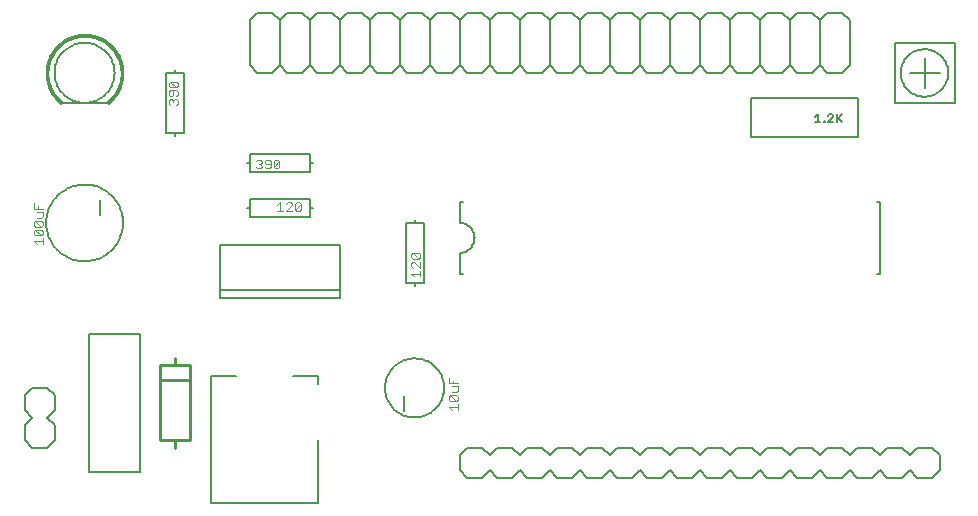
<source format=gto>
G75*
%MOIN*%
%OFA0B0*%
%FSLAX24Y24*%
%IPPOS*%
%LPD*%
%AMOC8*
5,1,8,0,0,1.08239X$1,22.5*
%
%ADD10C,0.0050*%
%ADD11C,0.0080*%
%ADD12C,0.0030*%
%ADD13C,0.0010*%
%ADD14C,0.0060*%
%ADD15C,0.0100*%
D10*
X005324Y003891D02*
X007036Y003891D01*
X007036Y008469D01*
X005324Y008469D01*
X005324Y003891D01*
X029524Y015535D02*
X029704Y015535D01*
X029614Y015535D02*
X029614Y015805D01*
X029524Y015715D01*
X029818Y015580D02*
X029863Y015580D01*
X029863Y015535D01*
X029818Y015535D01*
X029818Y015580D01*
X029966Y015535D02*
X030146Y015715D01*
X030146Y015760D01*
X030101Y015805D01*
X030011Y015805D01*
X029966Y015760D01*
X029966Y015535D02*
X030146Y015535D01*
X030260Y015535D02*
X030260Y015805D01*
X030305Y015670D02*
X030441Y015535D01*
X030260Y015625D02*
X030441Y015805D01*
X032180Y016180D02*
X034180Y016180D01*
X034180Y018180D01*
X032180Y018180D01*
X032180Y016180D01*
X033180Y016680D02*
X033180Y017180D01*
X032389Y017180D02*
X032391Y017236D01*
X032397Y017291D01*
X032407Y017346D01*
X032420Y017400D01*
X032438Y017453D01*
X032459Y017505D01*
X032484Y017555D01*
X032512Y017603D01*
X032543Y017649D01*
X032578Y017693D01*
X032616Y017734D01*
X032656Y017773D01*
X032699Y017808D01*
X032745Y017841D01*
X032793Y017870D01*
X032842Y017895D01*
X032893Y017917D01*
X032946Y017936D01*
X033000Y017950D01*
X033055Y017961D01*
X033110Y017968D01*
X033166Y017971D01*
X033222Y017970D01*
X033277Y017965D01*
X033333Y017956D01*
X033387Y017943D01*
X033440Y017927D01*
X033492Y017907D01*
X033543Y017883D01*
X033592Y017856D01*
X033638Y017825D01*
X033682Y017791D01*
X033724Y017754D01*
X033763Y017714D01*
X033800Y017672D01*
X033833Y017627D01*
X033863Y017580D01*
X033889Y017530D01*
X033912Y017479D01*
X033931Y017427D01*
X033947Y017373D01*
X033959Y017319D01*
X033967Y017264D01*
X033971Y017208D01*
X033971Y017152D01*
X033967Y017096D01*
X033959Y017041D01*
X033947Y016987D01*
X033931Y016933D01*
X033912Y016881D01*
X033889Y016830D01*
X033863Y016780D01*
X033833Y016733D01*
X033800Y016688D01*
X033763Y016646D01*
X033724Y016606D01*
X033682Y016569D01*
X033638Y016535D01*
X033592Y016504D01*
X033543Y016477D01*
X033492Y016453D01*
X033440Y016433D01*
X033387Y016417D01*
X033333Y016404D01*
X033277Y016395D01*
X033222Y016390D01*
X033166Y016389D01*
X033110Y016392D01*
X033055Y016399D01*
X033000Y016410D01*
X032946Y016424D01*
X032893Y016443D01*
X032842Y016465D01*
X032793Y016490D01*
X032745Y016519D01*
X032699Y016552D01*
X032656Y016587D01*
X032616Y016626D01*
X032578Y016667D01*
X032543Y016711D01*
X032512Y016757D01*
X032484Y016805D01*
X032459Y016855D01*
X032438Y016907D01*
X032420Y016960D01*
X032407Y017014D01*
X032397Y017069D01*
X032391Y017124D01*
X032389Y017180D01*
X032680Y017180D02*
X033180Y017180D01*
X033180Y017680D01*
X033180Y017180D02*
X033680Y017180D01*
D11*
X030952Y016330D02*
X027408Y016330D01*
X027408Y015030D01*
X030952Y015030D01*
X030952Y016330D01*
X031580Y012880D02*
X031680Y012880D01*
X031680Y010480D01*
X031580Y010480D01*
X031430Y004680D02*
X030930Y004680D01*
X030680Y004430D01*
X030430Y004680D01*
X029930Y004680D01*
X029680Y004430D01*
X029430Y004680D01*
X028930Y004680D01*
X028680Y004430D01*
X028430Y004680D01*
X027930Y004680D01*
X027680Y004430D01*
X027430Y004680D01*
X026930Y004680D01*
X026680Y004430D01*
X026430Y004680D01*
X025930Y004680D01*
X025680Y004430D01*
X025430Y004680D01*
X024930Y004680D01*
X024680Y004430D01*
X024430Y004680D01*
X023930Y004680D01*
X023680Y004430D01*
X023430Y004680D01*
X022930Y004680D01*
X022680Y004430D01*
X022430Y004680D01*
X021930Y004680D01*
X021680Y004430D01*
X021430Y004680D01*
X020930Y004680D01*
X020680Y004430D01*
X020430Y004680D01*
X019930Y004680D01*
X019680Y004430D01*
X019430Y004680D01*
X018930Y004680D01*
X018680Y004430D01*
X018430Y004680D01*
X017930Y004680D01*
X017680Y004430D01*
X017680Y003930D01*
X017930Y003680D01*
X018430Y003680D01*
X018680Y003930D01*
X018930Y003680D01*
X019430Y003680D01*
X019680Y003930D01*
X019930Y003680D01*
X020430Y003680D01*
X020680Y003930D01*
X020930Y003680D01*
X021430Y003680D01*
X021680Y003930D01*
X021930Y003680D01*
X022430Y003680D01*
X022680Y003930D01*
X022930Y003680D01*
X023430Y003680D01*
X023680Y003930D01*
X023930Y003680D01*
X024430Y003680D01*
X024680Y003930D01*
X024930Y003680D01*
X025430Y003680D01*
X025680Y003930D01*
X025930Y003680D01*
X026430Y003680D01*
X026680Y003930D01*
X026930Y003680D01*
X027430Y003680D01*
X027680Y003930D01*
X027930Y003680D01*
X028430Y003680D01*
X028680Y003930D01*
X028930Y003680D01*
X029430Y003680D01*
X029680Y003930D01*
X029930Y003680D01*
X030430Y003680D01*
X030680Y003930D01*
X030930Y003680D01*
X031430Y003680D01*
X031680Y003930D01*
X031930Y003680D01*
X032430Y003680D01*
X032680Y003930D01*
X032930Y003680D01*
X033430Y003680D01*
X033680Y003930D01*
X033680Y004430D01*
X033430Y004680D01*
X032930Y004680D01*
X032680Y004430D01*
X032430Y004680D01*
X031930Y004680D01*
X031680Y004430D01*
X031430Y004680D01*
X033680Y004430D02*
X033680Y003930D01*
X017780Y010480D02*
X017680Y010480D01*
X017680Y011180D01*
X017724Y011182D01*
X017767Y011188D01*
X017809Y011197D01*
X017851Y011210D01*
X017891Y011227D01*
X017930Y011247D01*
X017967Y011270D01*
X018001Y011297D01*
X018034Y011326D01*
X018063Y011359D01*
X018090Y011393D01*
X018113Y011430D01*
X018133Y011469D01*
X018150Y011509D01*
X018163Y011551D01*
X018172Y011593D01*
X018178Y011636D01*
X018180Y011680D01*
X018178Y011724D01*
X018172Y011767D01*
X018163Y011809D01*
X018150Y011851D01*
X018133Y011891D01*
X018113Y011930D01*
X018090Y011967D01*
X018063Y012001D01*
X018034Y012034D01*
X018001Y012063D01*
X017967Y012090D01*
X017930Y012113D01*
X017891Y012133D01*
X017851Y012150D01*
X017809Y012163D01*
X017767Y012172D01*
X017724Y012178D01*
X017680Y012180D01*
X017680Y012880D01*
X017780Y012880D01*
X016480Y012180D02*
X016480Y010180D01*
X016180Y010180D01*
X016180Y010080D01*
X016180Y010180D02*
X015880Y010180D01*
X015880Y012180D01*
X016180Y012180D01*
X016180Y012280D01*
X016180Y012180D02*
X016480Y012180D01*
X013680Y011430D02*
X013680Y009930D01*
X009680Y009930D01*
X009680Y011430D01*
X013680Y011430D01*
X012680Y012380D02*
X012680Y012680D01*
X012780Y012680D01*
X012680Y012680D02*
X012680Y012980D01*
X010680Y012980D01*
X010680Y012680D01*
X010580Y012680D01*
X010680Y012680D02*
X010680Y012380D01*
X012680Y012380D01*
X012680Y013880D02*
X010680Y013880D01*
X010680Y014180D01*
X010580Y014180D01*
X010680Y014180D02*
X010680Y014480D01*
X012680Y014480D01*
X012680Y014180D01*
X012780Y014180D01*
X012680Y014180D02*
X012680Y013880D01*
X008480Y015180D02*
X008180Y015180D01*
X008180Y015080D01*
X008180Y015180D02*
X007880Y015180D01*
X007880Y017180D01*
X008180Y017180D01*
X008180Y017280D01*
X008180Y017180D02*
X008480Y017180D01*
X008480Y015180D01*
X005930Y016180D02*
X004430Y016180D01*
X005680Y012930D02*
X005680Y012430D01*
X003900Y012180D02*
X003902Y012251D01*
X003908Y012322D01*
X003918Y012393D01*
X003932Y012462D01*
X003949Y012531D01*
X003971Y012599D01*
X003996Y012666D01*
X004025Y012731D01*
X004057Y012794D01*
X004093Y012856D01*
X004132Y012915D01*
X004175Y012972D01*
X004220Y013027D01*
X004269Y013079D01*
X004320Y013128D01*
X004374Y013174D01*
X004431Y013218D01*
X004489Y013258D01*
X004550Y013294D01*
X004613Y013328D01*
X004678Y013357D01*
X004744Y013383D01*
X004812Y013406D01*
X004880Y013424D01*
X004950Y013439D01*
X005020Y013450D01*
X005091Y013457D01*
X005162Y013460D01*
X005233Y013459D01*
X005304Y013454D01*
X005375Y013445D01*
X005445Y013432D01*
X005514Y013416D01*
X005582Y013395D01*
X005649Y013371D01*
X005715Y013343D01*
X005778Y013311D01*
X005840Y013276D01*
X005900Y013238D01*
X005958Y013196D01*
X006013Y013152D01*
X006066Y013104D01*
X006116Y013053D01*
X006163Y013000D01*
X006207Y012944D01*
X006248Y012886D01*
X006286Y012825D01*
X006320Y012763D01*
X006350Y012698D01*
X006377Y012633D01*
X006401Y012565D01*
X006420Y012497D01*
X006436Y012428D01*
X006448Y012357D01*
X006456Y012287D01*
X006460Y012216D01*
X006460Y012144D01*
X006456Y012073D01*
X006448Y012003D01*
X006436Y011932D01*
X006420Y011863D01*
X006401Y011795D01*
X006377Y011727D01*
X006350Y011662D01*
X006320Y011597D01*
X006286Y011535D01*
X006248Y011474D01*
X006207Y011416D01*
X006163Y011360D01*
X006116Y011307D01*
X006066Y011256D01*
X006013Y011208D01*
X005958Y011164D01*
X005900Y011122D01*
X005840Y011084D01*
X005778Y011049D01*
X005715Y011017D01*
X005649Y010989D01*
X005582Y010965D01*
X005514Y010944D01*
X005445Y010928D01*
X005375Y010915D01*
X005304Y010906D01*
X005233Y010901D01*
X005162Y010900D01*
X005091Y010903D01*
X005020Y010910D01*
X004950Y010921D01*
X004880Y010936D01*
X004812Y010954D01*
X004744Y010977D01*
X004678Y011003D01*
X004613Y011032D01*
X004550Y011066D01*
X004489Y011102D01*
X004431Y011142D01*
X004374Y011186D01*
X004320Y011232D01*
X004269Y011281D01*
X004220Y011333D01*
X004175Y011388D01*
X004132Y011445D01*
X004093Y011504D01*
X004057Y011566D01*
X004025Y011629D01*
X003996Y011694D01*
X003971Y011761D01*
X003949Y011829D01*
X003932Y011898D01*
X003918Y011967D01*
X003908Y012038D01*
X003902Y012109D01*
X003900Y012180D01*
X009680Y009930D02*
X009680Y009680D01*
X013680Y009680D01*
X013680Y009930D01*
X012952Y007074D02*
X012125Y007074D01*
X012952Y007074D02*
X012952Y006798D01*
X015818Y006426D02*
X015818Y005926D01*
X015196Y006680D02*
X015198Y006742D01*
X015204Y006805D01*
X015214Y006866D01*
X015228Y006927D01*
X015245Y006987D01*
X015266Y007046D01*
X015292Y007103D01*
X015320Y007158D01*
X015352Y007212D01*
X015388Y007263D01*
X015426Y007313D01*
X015468Y007359D01*
X015512Y007403D01*
X015560Y007444D01*
X015609Y007482D01*
X015661Y007516D01*
X015715Y007547D01*
X015771Y007575D01*
X015829Y007599D01*
X015888Y007620D01*
X015948Y007636D01*
X016009Y007649D01*
X016071Y007658D01*
X016133Y007663D01*
X016196Y007664D01*
X016258Y007661D01*
X016320Y007654D01*
X016382Y007643D01*
X016442Y007628D01*
X016502Y007610D01*
X016560Y007588D01*
X016617Y007562D01*
X016672Y007532D01*
X016725Y007499D01*
X016776Y007463D01*
X016824Y007424D01*
X016870Y007381D01*
X016913Y007336D01*
X016953Y007288D01*
X016990Y007238D01*
X017024Y007185D01*
X017055Y007131D01*
X017081Y007075D01*
X017105Y007017D01*
X017124Y006957D01*
X017140Y006897D01*
X017152Y006835D01*
X017160Y006774D01*
X017164Y006711D01*
X017164Y006649D01*
X017160Y006586D01*
X017152Y006525D01*
X017140Y006463D01*
X017124Y006403D01*
X017105Y006343D01*
X017081Y006285D01*
X017055Y006229D01*
X017024Y006175D01*
X016990Y006122D01*
X016953Y006072D01*
X016913Y006024D01*
X016870Y005979D01*
X016824Y005936D01*
X016776Y005897D01*
X016725Y005861D01*
X016672Y005828D01*
X016617Y005798D01*
X016560Y005772D01*
X016502Y005750D01*
X016442Y005732D01*
X016382Y005717D01*
X016320Y005706D01*
X016258Y005699D01*
X016196Y005696D01*
X016133Y005697D01*
X016071Y005702D01*
X016009Y005711D01*
X015948Y005724D01*
X015888Y005740D01*
X015829Y005761D01*
X015771Y005785D01*
X015715Y005813D01*
X015661Y005844D01*
X015609Y005878D01*
X015560Y005916D01*
X015512Y005957D01*
X015468Y006001D01*
X015426Y006047D01*
X015388Y006097D01*
X015352Y006148D01*
X015320Y006202D01*
X015292Y006257D01*
X015266Y006314D01*
X015245Y006373D01*
X015228Y006433D01*
X015214Y006494D01*
X015204Y006555D01*
X015198Y006618D01*
X015196Y006680D01*
X012952Y004948D02*
X012952Y002861D01*
X009408Y002861D01*
X009408Y007074D01*
X010235Y007074D01*
X004180Y006430D02*
X004180Y005930D01*
X003930Y005680D01*
X004180Y005430D01*
X004180Y004930D01*
X003930Y004680D01*
X003430Y004680D01*
X003180Y004930D01*
X003180Y005430D01*
X003430Y005680D01*
X003180Y005930D01*
X003180Y006430D01*
X003430Y006680D01*
X003930Y006680D01*
X004180Y006430D01*
X017680Y004430D02*
X017680Y003930D01*
D12*
X017615Y005945D02*
X017615Y006138D01*
X017615Y006042D02*
X017325Y006042D01*
X017422Y005945D01*
X017373Y006240D02*
X017325Y006288D01*
X017325Y006385D01*
X017373Y006433D01*
X017567Y006240D01*
X017615Y006288D01*
X017615Y006385D01*
X017567Y006433D01*
X017373Y006433D01*
X017422Y006534D02*
X017567Y006534D01*
X017615Y006583D01*
X017615Y006728D01*
X017422Y006728D01*
X017470Y006829D02*
X017470Y006926D01*
X017325Y007022D02*
X017325Y006829D01*
X017615Y006829D01*
X017567Y006240D02*
X017373Y006240D01*
X016365Y010395D02*
X016365Y010588D01*
X016365Y010492D02*
X016075Y010492D01*
X016172Y010395D01*
X016123Y010690D02*
X016075Y010738D01*
X016075Y010835D01*
X016123Y010883D01*
X016172Y010883D01*
X016365Y010690D01*
X016365Y010883D01*
X016317Y010984D02*
X016123Y011178D01*
X016317Y011178D01*
X016365Y011129D01*
X016365Y011033D01*
X016317Y010984D01*
X016123Y010984D01*
X016075Y011033D01*
X016075Y011129D01*
X016123Y011178D01*
X012394Y012623D02*
X012345Y012575D01*
X012249Y012575D01*
X012200Y012623D01*
X012394Y012817D01*
X012394Y012623D01*
X012200Y012623D02*
X012200Y012817D01*
X012249Y012865D01*
X012345Y012865D01*
X012394Y012817D01*
X012099Y012817D02*
X012051Y012865D01*
X011954Y012865D01*
X011906Y012817D01*
X012099Y012817D02*
X012099Y012768D01*
X011906Y012575D01*
X012099Y012575D01*
X011805Y012575D02*
X011611Y012575D01*
X011708Y012575D02*
X011708Y012865D01*
X011611Y012768D01*
X011629Y013995D02*
X011533Y013995D01*
X011484Y014043D01*
X011678Y014237D01*
X011678Y014043D01*
X011629Y013995D01*
X011484Y014043D02*
X011484Y014237D01*
X011533Y014285D01*
X011629Y014285D01*
X011678Y014237D01*
X011383Y014237D02*
X011335Y014285D01*
X011238Y014285D01*
X011190Y014237D01*
X011190Y014188D01*
X011238Y014140D01*
X011383Y014140D01*
X011383Y014043D02*
X011383Y014237D01*
X011383Y014043D02*
X011335Y013995D01*
X011238Y013995D01*
X011190Y014043D01*
X011088Y014043D02*
X011040Y013995D01*
X010943Y013995D01*
X010895Y014043D01*
X010992Y014140D02*
X011040Y014140D01*
X011088Y014092D01*
X011088Y014043D01*
X011040Y014140D02*
X011088Y014188D01*
X011088Y014237D01*
X011040Y014285D01*
X010943Y014285D01*
X010895Y014237D01*
X008285Y016159D02*
X008237Y016111D01*
X008285Y016159D02*
X008285Y016256D01*
X008237Y016305D01*
X008188Y016305D01*
X008140Y016256D01*
X008140Y016208D01*
X008140Y016256D02*
X008092Y016305D01*
X008043Y016305D01*
X007995Y016256D01*
X007995Y016159D01*
X008043Y016111D01*
X008043Y016406D02*
X008092Y016406D01*
X008140Y016454D01*
X008140Y016599D01*
X008237Y016599D02*
X008043Y016599D01*
X007995Y016551D01*
X007995Y016454D01*
X008043Y016406D01*
X008237Y016406D02*
X008285Y016454D01*
X008285Y016551D01*
X008237Y016599D01*
X008237Y016700D02*
X008043Y016894D01*
X008237Y016894D01*
X008285Y016845D01*
X008285Y016749D01*
X008237Y016700D01*
X008043Y016700D01*
X007995Y016749D01*
X007995Y016845D01*
X008043Y016894D01*
X003785Y012650D02*
X003495Y012650D01*
X003495Y012844D01*
X003640Y012747D02*
X003640Y012650D01*
X003592Y012549D02*
X003785Y012549D01*
X003785Y012404D01*
X003737Y012356D01*
X003592Y012356D01*
X003543Y012255D02*
X003737Y012061D01*
X003785Y012109D01*
X003785Y012206D01*
X003737Y012255D01*
X003543Y012255D01*
X003495Y012206D01*
X003495Y012109D01*
X003543Y012061D01*
X003737Y012061D01*
X003737Y011960D02*
X003785Y011912D01*
X003785Y011815D01*
X003737Y011766D01*
X003543Y011960D01*
X003737Y011960D01*
X003737Y011766D02*
X003543Y011766D01*
X003495Y011815D01*
X003495Y011912D01*
X003543Y011960D01*
X003785Y011665D02*
X003785Y011472D01*
X003785Y011568D02*
X003495Y011568D01*
X003592Y011472D01*
D13*
X005960Y016148D02*
X005906Y016220D01*
X005907Y016219D02*
X005960Y016262D01*
X006011Y016307D01*
X006059Y016356D01*
X006104Y016407D01*
X006147Y016461D01*
X006186Y016517D01*
X006222Y016575D01*
X006255Y016635D01*
X006284Y016696D01*
X006309Y016760D01*
X006331Y016824D01*
X006350Y016890D01*
X006364Y016957D01*
X006375Y017024D01*
X006382Y017092D01*
X006385Y017160D01*
X006384Y017229D01*
X006379Y017297D01*
X006371Y017365D01*
X006358Y017432D01*
X006342Y017498D01*
X006322Y017563D01*
X006299Y017628D01*
X006272Y017690D01*
X006241Y017751D01*
X006207Y017810D01*
X006170Y017868D01*
X006129Y017923D01*
X006085Y017975D01*
X006039Y018025D01*
X005990Y018072D01*
X005938Y018117D01*
X005884Y018158D01*
X005827Y018197D01*
X005768Y018232D01*
X005708Y018263D01*
X005646Y018291D01*
X005582Y018316D01*
X005517Y018337D01*
X005451Y018354D01*
X005384Y018368D01*
X005316Y018377D01*
X005248Y018383D01*
X005180Y018385D01*
X005112Y018383D01*
X005044Y018377D01*
X004976Y018368D01*
X004909Y018354D01*
X004843Y018337D01*
X004778Y018316D01*
X004714Y018291D01*
X004652Y018263D01*
X004592Y018232D01*
X004533Y018197D01*
X004476Y018158D01*
X004422Y018117D01*
X004370Y018072D01*
X004321Y018025D01*
X004275Y017975D01*
X004231Y017923D01*
X004190Y017868D01*
X004153Y017810D01*
X004119Y017751D01*
X004088Y017690D01*
X004061Y017628D01*
X004038Y017563D01*
X004018Y017498D01*
X004002Y017432D01*
X003989Y017365D01*
X003981Y017297D01*
X003976Y017229D01*
X003975Y017160D01*
X003978Y017092D01*
X003985Y017024D01*
X003996Y016957D01*
X004010Y016890D01*
X004029Y016824D01*
X004051Y016760D01*
X004076Y016696D01*
X004105Y016635D01*
X004138Y016575D01*
X004174Y016517D01*
X004213Y016461D01*
X004256Y016407D01*
X004301Y016356D01*
X004349Y016307D01*
X004400Y016262D01*
X004453Y016219D01*
X004400Y016148D01*
X004399Y016147D01*
X004344Y016191D01*
X004291Y016239D01*
X004240Y016289D01*
X004193Y016342D01*
X004149Y016397D01*
X004107Y016455D01*
X004069Y016515D01*
X004034Y016576D01*
X004003Y016640D01*
X003975Y016705D01*
X003951Y016772D01*
X003930Y016840D01*
X003914Y016909D01*
X003901Y016979D01*
X003892Y017049D01*
X003886Y017120D01*
X003885Y017191D01*
X003888Y017262D01*
X003894Y017333D01*
X003904Y017403D01*
X003918Y017472D01*
X003936Y017541D01*
X003958Y017609D01*
X003983Y017675D01*
X004012Y017740D01*
X004045Y017803D01*
X004081Y017864D01*
X004120Y017923D01*
X004162Y017980D01*
X004207Y018035D01*
X004256Y018087D01*
X004307Y018136D01*
X004360Y018183D01*
X004417Y018226D01*
X004475Y018266D01*
X004536Y018303D01*
X004598Y018337D01*
X004662Y018367D01*
X004728Y018394D01*
X004795Y018417D01*
X004864Y018436D01*
X004933Y018451D01*
X005003Y018463D01*
X005074Y018471D01*
X005145Y018475D01*
X005215Y018475D01*
X005286Y018471D01*
X005357Y018463D01*
X005427Y018451D01*
X005496Y018436D01*
X005565Y018417D01*
X005632Y018394D01*
X005698Y018367D01*
X005762Y018337D01*
X005824Y018303D01*
X005885Y018266D01*
X005943Y018226D01*
X006000Y018183D01*
X006053Y018136D01*
X006104Y018087D01*
X006153Y018035D01*
X006198Y017980D01*
X006240Y017923D01*
X006279Y017864D01*
X006315Y017803D01*
X006348Y017740D01*
X006377Y017675D01*
X006402Y017609D01*
X006424Y017541D01*
X006442Y017472D01*
X006456Y017403D01*
X006466Y017333D01*
X006472Y017262D01*
X006475Y017191D01*
X006474Y017120D01*
X006468Y017049D01*
X006459Y016979D01*
X006446Y016909D01*
X006430Y016840D01*
X006409Y016772D01*
X006385Y016705D01*
X006357Y016640D01*
X006326Y016576D01*
X006291Y016515D01*
X006253Y016455D01*
X006211Y016397D01*
X006167Y016342D01*
X006120Y016289D01*
X006069Y016239D01*
X006016Y016191D01*
X005961Y016147D01*
X005956Y016154D01*
X006011Y016199D01*
X006064Y016246D01*
X006115Y016297D01*
X006162Y016350D01*
X006207Y016406D01*
X006248Y016464D01*
X006286Y016524D01*
X006321Y016586D01*
X006352Y016650D01*
X006379Y016716D01*
X006403Y016783D01*
X006423Y016852D01*
X006440Y016921D01*
X006452Y016991D01*
X006461Y017062D01*
X006465Y017133D01*
X006466Y017204D01*
X006462Y017275D01*
X006455Y017346D01*
X006444Y017417D01*
X006429Y017486D01*
X006410Y017555D01*
X006387Y017623D01*
X006361Y017689D01*
X006331Y017754D01*
X006297Y017816D01*
X006261Y017877D01*
X006220Y017936D01*
X006177Y017993D01*
X006130Y018047D01*
X006081Y018098D01*
X006028Y018146D01*
X005974Y018192D01*
X005916Y018234D01*
X005857Y018273D01*
X005795Y018309D01*
X005732Y018342D01*
X005667Y018370D01*
X005600Y018396D01*
X005532Y018417D01*
X005463Y018435D01*
X005393Y018448D01*
X005322Y018458D01*
X005251Y018464D01*
X005180Y018466D01*
X005109Y018464D01*
X005038Y018458D01*
X004967Y018448D01*
X004897Y018435D01*
X004828Y018417D01*
X004760Y018396D01*
X004693Y018370D01*
X004628Y018342D01*
X004565Y018309D01*
X004503Y018273D01*
X004444Y018234D01*
X004386Y018192D01*
X004332Y018146D01*
X004279Y018098D01*
X004230Y018047D01*
X004183Y017993D01*
X004140Y017936D01*
X004099Y017877D01*
X004063Y017816D01*
X004029Y017754D01*
X003999Y017689D01*
X003973Y017623D01*
X003950Y017555D01*
X003931Y017486D01*
X003916Y017417D01*
X003905Y017346D01*
X003898Y017275D01*
X003894Y017204D01*
X003895Y017133D01*
X003899Y017062D01*
X003908Y016991D01*
X003920Y016921D01*
X003937Y016852D01*
X003957Y016783D01*
X003981Y016716D01*
X004008Y016650D01*
X004039Y016586D01*
X004074Y016524D01*
X004112Y016464D01*
X004153Y016406D01*
X004198Y016350D01*
X004245Y016297D01*
X004296Y016246D01*
X004349Y016199D01*
X004404Y016154D01*
X004410Y016161D01*
X004355Y016206D01*
X004302Y016253D01*
X004252Y016303D01*
X004205Y016356D01*
X004161Y016411D01*
X004119Y016469D01*
X004082Y016528D01*
X004047Y016590D01*
X004016Y016654D01*
X003989Y016719D01*
X003965Y016786D01*
X003945Y016854D01*
X003929Y016923D01*
X003917Y016992D01*
X003908Y017063D01*
X003904Y017133D01*
X003903Y017204D01*
X003907Y017275D01*
X003914Y017345D01*
X003925Y017415D01*
X003940Y017484D01*
X003959Y017552D01*
X003981Y017620D01*
X004007Y017685D01*
X004037Y017750D01*
X004070Y017812D01*
X004107Y017872D01*
X004147Y017931D01*
X004190Y017987D01*
X004236Y018041D01*
X004286Y018091D01*
X004337Y018140D01*
X004392Y018185D01*
X004449Y018227D01*
X004508Y018266D01*
X004569Y018301D01*
X004632Y018334D01*
X004697Y018362D01*
X004763Y018387D01*
X004831Y018408D01*
X004899Y018426D01*
X004969Y018439D01*
X005039Y018449D01*
X005109Y018455D01*
X005180Y018457D01*
X005251Y018455D01*
X005321Y018449D01*
X005391Y018439D01*
X005461Y018426D01*
X005529Y018408D01*
X005597Y018387D01*
X005663Y018362D01*
X005728Y018334D01*
X005791Y018301D01*
X005852Y018266D01*
X005911Y018227D01*
X005968Y018185D01*
X006023Y018140D01*
X006074Y018091D01*
X006124Y018041D01*
X006170Y017987D01*
X006213Y017931D01*
X006253Y017872D01*
X006290Y017812D01*
X006323Y017750D01*
X006353Y017685D01*
X006379Y017620D01*
X006401Y017552D01*
X006420Y017484D01*
X006435Y017415D01*
X006446Y017345D01*
X006453Y017275D01*
X006457Y017204D01*
X006456Y017133D01*
X006452Y017063D01*
X006443Y016992D01*
X006431Y016923D01*
X006415Y016854D01*
X006395Y016786D01*
X006371Y016719D01*
X006344Y016654D01*
X006313Y016590D01*
X006278Y016528D01*
X006241Y016469D01*
X006199Y016411D01*
X006155Y016356D01*
X006108Y016303D01*
X006058Y016253D01*
X006005Y016206D01*
X005950Y016161D01*
X005945Y016169D01*
X006000Y016213D01*
X006053Y016261D01*
X006103Y016311D01*
X006151Y016364D01*
X006195Y016420D01*
X006236Y016478D01*
X006273Y016538D01*
X006308Y016600D01*
X006338Y016664D01*
X006365Y016730D01*
X006389Y016797D01*
X006408Y016865D01*
X006424Y016935D01*
X006436Y017005D01*
X006444Y017075D01*
X006448Y017146D01*
X006447Y017217D01*
X006443Y017288D01*
X006435Y017359D01*
X006423Y017429D01*
X006407Y017498D01*
X006388Y017566D01*
X006364Y017634D01*
X006337Y017699D01*
X006306Y017763D01*
X006272Y017825D01*
X006234Y017885D01*
X006192Y017943D01*
X006148Y017999D01*
X006101Y018052D01*
X006050Y018102D01*
X005997Y018149D01*
X005942Y018194D01*
X005884Y018235D01*
X005824Y018272D01*
X005761Y018307D01*
X005697Y018338D01*
X005632Y018365D01*
X005565Y018388D01*
X005496Y018408D01*
X005427Y018424D01*
X005357Y018436D01*
X005286Y018444D01*
X005216Y018448D01*
X005144Y018448D01*
X005074Y018444D01*
X005003Y018436D01*
X004933Y018424D01*
X004864Y018408D01*
X004795Y018388D01*
X004728Y018365D01*
X004663Y018338D01*
X004599Y018307D01*
X004536Y018272D01*
X004476Y018235D01*
X004418Y018194D01*
X004363Y018149D01*
X004310Y018102D01*
X004259Y018052D01*
X004212Y017999D01*
X004168Y017943D01*
X004126Y017885D01*
X004088Y017825D01*
X004054Y017763D01*
X004023Y017699D01*
X003996Y017634D01*
X003972Y017566D01*
X003953Y017498D01*
X003937Y017429D01*
X003925Y017359D01*
X003917Y017288D01*
X003913Y017217D01*
X003912Y017146D01*
X003916Y017075D01*
X003924Y017005D01*
X003936Y016935D01*
X003952Y016865D01*
X003971Y016797D01*
X003995Y016730D01*
X004022Y016664D01*
X004052Y016600D01*
X004087Y016538D01*
X004124Y016478D01*
X004165Y016420D01*
X004209Y016364D01*
X004257Y016311D01*
X004307Y016261D01*
X004360Y016213D01*
X004415Y016169D01*
X004421Y016176D01*
X004366Y016220D01*
X004313Y016267D01*
X004263Y016317D01*
X004216Y016370D01*
X004172Y016425D01*
X004132Y016483D01*
X004094Y016542D01*
X004060Y016604D01*
X004030Y016668D01*
X004003Y016733D01*
X003980Y016800D01*
X003960Y016868D01*
X003945Y016936D01*
X003933Y017006D01*
X003925Y017076D01*
X003921Y017147D01*
X003922Y017217D01*
X003926Y017288D01*
X003934Y017358D01*
X003946Y017427D01*
X003961Y017496D01*
X003981Y017564D01*
X004004Y017630D01*
X004031Y017695D01*
X004062Y017759D01*
X004096Y017821D01*
X004134Y017880D01*
X004175Y017938D01*
X004219Y017993D01*
X004266Y018046D01*
X004316Y018095D01*
X004368Y018142D01*
X004424Y018186D01*
X004481Y018227D01*
X004541Y018265D01*
X004603Y018299D01*
X004666Y018329D01*
X004731Y018356D01*
X004798Y018380D01*
X004866Y018399D01*
X004935Y018415D01*
X005004Y018427D01*
X005074Y018435D01*
X005145Y018439D01*
X005215Y018439D01*
X005286Y018435D01*
X005356Y018427D01*
X005425Y018415D01*
X005494Y018399D01*
X005562Y018380D01*
X005629Y018356D01*
X005694Y018329D01*
X005757Y018299D01*
X005819Y018265D01*
X005879Y018227D01*
X005936Y018186D01*
X005992Y018142D01*
X006044Y018095D01*
X006094Y018046D01*
X006141Y017993D01*
X006185Y017938D01*
X006226Y017880D01*
X006264Y017821D01*
X006298Y017759D01*
X006329Y017695D01*
X006356Y017630D01*
X006379Y017564D01*
X006399Y017496D01*
X006414Y017427D01*
X006426Y017358D01*
X006434Y017288D01*
X006438Y017217D01*
X006439Y017147D01*
X006435Y017076D01*
X006427Y017006D01*
X006415Y016936D01*
X006400Y016868D01*
X006380Y016800D01*
X006357Y016733D01*
X006330Y016668D01*
X006300Y016604D01*
X006266Y016542D01*
X006228Y016483D01*
X006188Y016425D01*
X006144Y016370D01*
X006097Y016317D01*
X006047Y016267D01*
X005994Y016220D01*
X005939Y016176D01*
X005934Y016183D01*
X005989Y016227D01*
X006041Y016274D01*
X006090Y016323D01*
X006137Y016376D01*
X006180Y016430D01*
X006221Y016488D01*
X006258Y016547D01*
X006292Y016608D01*
X006322Y016672D01*
X006349Y016736D01*
X006372Y016803D01*
X006391Y016870D01*
X006406Y016938D01*
X006418Y017007D01*
X006426Y017077D01*
X006430Y017147D01*
X006429Y017217D01*
X006425Y017287D01*
X006417Y017356D01*
X006406Y017425D01*
X006390Y017494D01*
X006371Y017561D01*
X006347Y017627D01*
X006320Y017692D01*
X006290Y017755D01*
X006256Y017816D01*
X006219Y017875D01*
X006178Y017933D01*
X006134Y017987D01*
X006088Y018039D01*
X006038Y018089D01*
X005986Y018136D01*
X005931Y018179D01*
X005874Y018220D01*
X005815Y018257D01*
X005753Y018291D01*
X005690Y018321D01*
X005625Y018348D01*
X005559Y018371D01*
X005492Y018390D01*
X005424Y018406D01*
X005355Y018418D01*
X005285Y018426D01*
X005215Y018430D01*
X005145Y018430D01*
X005075Y018426D01*
X005005Y018418D01*
X004936Y018406D01*
X004868Y018390D01*
X004801Y018371D01*
X004735Y018348D01*
X004670Y018321D01*
X004607Y018291D01*
X004545Y018257D01*
X004486Y018220D01*
X004429Y018179D01*
X004374Y018136D01*
X004322Y018089D01*
X004272Y018039D01*
X004226Y017987D01*
X004182Y017933D01*
X004141Y017875D01*
X004104Y017816D01*
X004070Y017755D01*
X004040Y017692D01*
X004013Y017627D01*
X003989Y017561D01*
X003970Y017494D01*
X003954Y017425D01*
X003943Y017356D01*
X003935Y017287D01*
X003931Y017217D01*
X003930Y017147D01*
X003934Y017077D01*
X003942Y017007D01*
X003954Y016938D01*
X003969Y016870D01*
X003988Y016803D01*
X004011Y016736D01*
X004038Y016672D01*
X004068Y016608D01*
X004102Y016547D01*
X004139Y016488D01*
X004180Y016430D01*
X004223Y016376D01*
X004270Y016323D01*
X004319Y016274D01*
X004371Y016227D01*
X004426Y016183D01*
X004431Y016190D01*
X004377Y016234D01*
X004325Y016280D01*
X004276Y016329D01*
X004230Y016381D01*
X004187Y016436D01*
X004147Y016493D01*
X004110Y016552D01*
X004076Y016613D01*
X004046Y016675D01*
X004020Y016740D01*
X003997Y016805D01*
X003978Y016872D01*
X003962Y016940D01*
X003951Y017009D01*
X003943Y017078D01*
X003939Y017147D01*
X003940Y017217D01*
X003944Y017286D01*
X003951Y017355D01*
X003963Y017424D01*
X003979Y017491D01*
X003998Y017558D01*
X004021Y017624D01*
X004048Y017688D01*
X004078Y017751D01*
X004112Y017812D01*
X004149Y017870D01*
X004189Y017927D01*
X004232Y017981D01*
X004279Y018033D01*
X004328Y018082D01*
X004380Y018129D01*
X004434Y018172D01*
X004491Y018212D01*
X004550Y018249D01*
X004611Y018283D01*
X004674Y018313D01*
X004738Y018340D01*
X004803Y018363D01*
X004870Y018382D01*
X004938Y018397D01*
X005007Y018409D01*
X005076Y018417D01*
X005145Y018421D01*
X005215Y018421D01*
X005284Y018417D01*
X005353Y018409D01*
X005422Y018397D01*
X005490Y018382D01*
X005557Y018363D01*
X005622Y018340D01*
X005686Y018313D01*
X005749Y018283D01*
X005810Y018249D01*
X005869Y018212D01*
X005926Y018172D01*
X005980Y018129D01*
X006032Y018082D01*
X006081Y018033D01*
X006128Y017981D01*
X006171Y017927D01*
X006211Y017870D01*
X006248Y017812D01*
X006282Y017751D01*
X006312Y017688D01*
X006339Y017624D01*
X006362Y017558D01*
X006381Y017491D01*
X006397Y017424D01*
X006409Y017355D01*
X006416Y017286D01*
X006420Y017217D01*
X006421Y017147D01*
X006417Y017078D01*
X006409Y017009D01*
X006398Y016940D01*
X006382Y016872D01*
X006363Y016805D01*
X006340Y016740D01*
X006314Y016675D01*
X006284Y016613D01*
X006250Y016552D01*
X006213Y016493D01*
X006173Y016436D01*
X006130Y016381D01*
X006084Y016329D01*
X006035Y016280D01*
X005983Y016234D01*
X005929Y016190D01*
X005923Y016197D01*
X005977Y016241D01*
X006028Y016287D01*
X006077Y016336D01*
X006123Y016387D01*
X006166Y016441D01*
X006206Y016498D01*
X006242Y016556D01*
X006276Y016617D01*
X006306Y016679D01*
X006332Y016743D01*
X006354Y016808D01*
X006373Y016874D01*
X006389Y016942D01*
X006400Y017010D01*
X006408Y017078D01*
X006412Y017147D01*
X006411Y017216D01*
X006407Y017285D01*
X006400Y017354D01*
X006388Y017422D01*
X006373Y017489D01*
X006353Y017556D01*
X006330Y017621D01*
X006304Y017684D01*
X006274Y017747D01*
X006241Y017807D01*
X006204Y017865D01*
X006164Y017922D01*
X006121Y017976D01*
X006075Y018027D01*
X006026Y018076D01*
X005974Y018122D01*
X005920Y018165D01*
X005864Y018205D01*
X005805Y018241D01*
X005745Y018275D01*
X005683Y018305D01*
X005619Y018331D01*
X005554Y018354D01*
X005487Y018373D01*
X005420Y018388D01*
X005352Y018400D01*
X005283Y018408D01*
X005215Y018412D01*
X005145Y018412D01*
X005077Y018408D01*
X005008Y018400D01*
X004940Y018388D01*
X004873Y018373D01*
X004806Y018354D01*
X004741Y018331D01*
X004677Y018305D01*
X004615Y018275D01*
X004555Y018241D01*
X004496Y018205D01*
X004440Y018165D01*
X004386Y018122D01*
X004334Y018076D01*
X004285Y018027D01*
X004239Y017976D01*
X004196Y017922D01*
X004156Y017865D01*
X004119Y017807D01*
X004086Y017747D01*
X004056Y017684D01*
X004030Y017621D01*
X004007Y017556D01*
X003987Y017489D01*
X003972Y017422D01*
X003960Y017354D01*
X003953Y017285D01*
X003949Y017216D01*
X003948Y017147D01*
X003952Y017078D01*
X003960Y017010D01*
X003971Y016942D01*
X003987Y016874D01*
X004006Y016808D01*
X004028Y016743D01*
X004054Y016679D01*
X004084Y016617D01*
X004118Y016556D01*
X004154Y016498D01*
X004194Y016441D01*
X004237Y016387D01*
X004283Y016336D01*
X004332Y016287D01*
X004383Y016241D01*
X004437Y016197D01*
X004442Y016205D01*
X004388Y016248D01*
X004337Y016294D01*
X004288Y016344D01*
X004242Y016395D01*
X004199Y016450D01*
X004159Y016507D01*
X004123Y016565D01*
X004089Y016626D01*
X004060Y016689D01*
X004034Y016753D01*
X004012Y016819D01*
X003993Y016886D01*
X003978Y016953D01*
X003967Y017022D01*
X003960Y017091D01*
X003957Y017160D01*
X003958Y017229D01*
X003963Y017299D01*
X003971Y017367D01*
X003984Y017435D01*
X004000Y017503D01*
X004021Y017569D01*
X004044Y017634D01*
X004072Y017698D01*
X004103Y017760D01*
X004138Y017820D01*
X004176Y017878D01*
X004217Y017934D01*
X004261Y017987D01*
X004308Y018038D01*
X004358Y018086D01*
X004411Y018131D01*
X004466Y018173D01*
X004523Y018212D01*
X004583Y018247D01*
X004644Y018279D01*
X004707Y018308D01*
X004772Y018333D01*
X004838Y018354D01*
X004905Y018372D01*
X004973Y018385D01*
X005042Y018395D01*
X005111Y018401D01*
X005180Y018403D01*
X005249Y018401D01*
X005318Y018395D01*
X005387Y018385D01*
X005455Y018372D01*
X005522Y018354D01*
X005588Y018333D01*
X005653Y018308D01*
X005716Y018279D01*
X005777Y018247D01*
X005837Y018212D01*
X005894Y018173D01*
X005949Y018131D01*
X006002Y018086D01*
X006052Y018038D01*
X006099Y017987D01*
X006143Y017934D01*
X006184Y017878D01*
X006222Y017820D01*
X006257Y017760D01*
X006288Y017698D01*
X006316Y017634D01*
X006339Y017569D01*
X006360Y017503D01*
X006376Y017435D01*
X006389Y017367D01*
X006397Y017299D01*
X006402Y017229D01*
X006403Y017160D01*
X006400Y017091D01*
X006393Y017022D01*
X006382Y016953D01*
X006367Y016886D01*
X006348Y016819D01*
X006326Y016753D01*
X006300Y016689D01*
X006271Y016626D01*
X006237Y016565D01*
X006201Y016507D01*
X006161Y016450D01*
X006118Y016395D01*
X006072Y016344D01*
X006023Y016294D01*
X005972Y016248D01*
X005918Y016205D01*
X005912Y016212D01*
X005966Y016255D01*
X006017Y016301D01*
X006066Y016350D01*
X006111Y016401D01*
X006154Y016455D01*
X006193Y016512D01*
X006230Y016570D01*
X006263Y016630D01*
X006292Y016693D01*
X006318Y016756D01*
X006340Y016822D01*
X006358Y016888D01*
X006373Y016955D01*
X006384Y017023D01*
X006391Y017092D01*
X006394Y017160D01*
X006393Y017229D01*
X006388Y017298D01*
X006380Y017366D01*
X006367Y017434D01*
X006351Y017500D01*
X006331Y017566D01*
X006307Y017631D01*
X006280Y017694D01*
X006249Y017755D01*
X006215Y017815D01*
X006177Y017873D01*
X006136Y017928D01*
X006092Y017981D01*
X006045Y018031D01*
X005996Y018079D01*
X005944Y018124D01*
X005889Y018166D01*
X005832Y018204D01*
X005773Y018239D01*
X005712Y018271D01*
X005649Y018300D01*
X005585Y018324D01*
X005519Y018346D01*
X005453Y018363D01*
X005385Y018376D01*
X005317Y018386D01*
X005249Y018392D01*
X005180Y018394D01*
X005111Y018392D01*
X005043Y018386D01*
X004975Y018376D01*
X004907Y018363D01*
X004841Y018346D01*
X004775Y018324D01*
X004711Y018300D01*
X004648Y018271D01*
X004587Y018239D01*
X004528Y018204D01*
X004471Y018166D01*
X004416Y018124D01*
X004364Y018079D01*
X004315Y018031D01*
X004268Y017981D01*
X004224Y017928D01*
X004183Y017873D01*
X004145Y017815D01*
X004111Y017755D01*
X004080Y017694D01*
X004053Y017631D01*
X004029Y017566D01*
X004009Y017500D01*
X003993Y017434D01*
X003980Y017366D01*
X003972Y017298D01*
X003967Y017229D01*
X003966Y017160D01*
X003969Y017092D01*
X003976Y017023D01*
X003987Y016955D01*
X004002Y016888D01*
X004020Y016822D01*
X004042Y016756D01*
X004068Y016693D01*
X004097Y016630D01*
X004130Y016570D01*
X004167Y016512D01*
X004206Y016455D01*
X004249Y016401D01*
X004294Y016350D01*
X004343Y016301D01*
X004394Y016255D01*
X004448Y016212D01*
D14*
X004180Y017180D02*
X004182Y017243D01*
X004188Y017305D01*
X004198Y017367D01*
X004211Y017429D01*
X004229Y017489D01*
X004250Y017548D01*
X004275Y017606D01*
X004304Y017662D01*
X004336Y017716D01*
X004371Y017768D01*
X004409Y017817D01*
X004451Y017865D01*
X004495Y017909D01*
X004543Y017951D01*
X004592Y017989D01*
X004644Y018024D01*
X004698Y018056D01*
X004754Y018085D01*
X004812Y018110D01*
X004871Y018131D01*
X004931Y018149D01*
X004993Y018162D01*
X005055Y018172D01*
X005117Y018178D01*
X005180Y018180D01*
X005243Y018178D01*
X005305Y018172D01*
X005367Y018162D01*
X005429Y018149D01*
X005489Y018131D01*
X005548Y018110D01*
X005606Y018085D01*
X005662Y018056D01*
X005716Y018024D01*
X005768Y017989D01*
X005817Y017951D01*
X005865Y017909D01*
X005909Y017865D01*
X005951Y017817D01*
X005989Y017768D01*
X006024Y017716D01*
X006056Y017662D01*
X006085Y017606D01*
X006110Y017548D01*
X006131Y017489D01*
X006149Y017429D01*
X006162Y017367D01*
X006172Y017305D01*
X006178Y017243D01*
X006180Y017180D01*
X006178Y017117D01*
X006172Y017055D01*
X006162Y016993D01*
X006149Y016931D01*
X006131Y016871D01*
X006110Y016812D01*
X006085Y016754D01*
X006056Y016698D01*
X006024Y016644D01*
X005989Y016592D01*
X005951Y016543D01*
X005909Y016495D01*
X005865Y016451D01*
X005817Y016409D01*
X005768Y016371D01*
X005716Y016336D01*
X005662Y016304D01*
X005606Y016275D01*
X005548Y016250D01*
X005489Y016229D01*
X005429Y016211D01*
X005367Y016198D01*
X005305Y016188D01*
X005243Y016182D01*
X005180Y016180D01*
X005117Y016182D01*
X005055Y016188D01*
X004993Y016198D01*
X004931Y016211D01*
X004871Y016229D01*
X004812Y016250D01*
X004754Y016275D01*
X004698Y016304D01*
X004644Y016336D01*
X004592Y016371D01*
X004543Y016409D01*
X004495Y016451D01*
X004451Y016495D01*
X004409Y016543D01*
X004371Y016592D01*
X004336Y016644D01*
X004304Y016698D01*
X004275Y016754D01*
X004250Y016812D01*
X004229Y016871D01*
X004211Y016931D01*
X004198Y016993D01*
X004188Y017055D01*
X004182Y017117D01*
X004180Y017180D01*
X010680Y017430D02*
X010680Y018930D01*
X010930Y019180D01*
X011430Y019180D01*
X011680Y018930D01*
X011680Y017430D01*
X011430Y017180D01*
X010930Y017180D01*
X010680Y017430D01*
X011680Y017430D02*
X011930Y017180D01*
X012430Y017180D01*
X012680Y017430D01*
X012680Y018930D01*
X012930Y019180D01*
X013430Y019180D01*
X013680Y018930D01*
X013680Y017430D01*
X013430Y017180D01*
X012930Y017180D01*
X012680Y017430D01*
X013680Y017430D02*
X013930Y017180D01*
X014430Y017180D01*
X014680Y017430D01*
X014680Y018930D01*
X014930Y019180D01*
X015430Y019180D01*
X015680Y018930D01*
X015680Y017430D01*
X015430Y017180D01*
X014930Y017180D01*
X014680Y017430D01*
X015680Y017430D02*
X015930Y017180D01*
X016430Y017180D01*
X016680Y017430D01*
X016680Y018930D01*
X016930Y019180D01*
X017430Y019180D01*
X017680Y018930D01*
X017680Y017430D01*
X017430Y017180D01*
X016930Y017180D01*
X016680Y017430D01*
X017680Y017430D02*
X017930Y017180D01*
X018430Y017180D01*
X018680Y017430D01*
X018680Y018930D01*
X018930Y019180D01*
X019430Y019180D01*
X019680Y018930D01*
X019680Y017430D01*
X019430Y017180D01*
X018930Y017180D01*
X018680Y017430D01*
X019680Y017430D02*
X019930Y017180D01*
X020430Y017180D01*
X020680Y017430D01*
X020680Y018930D01*
X020930Y019180D01*
X021430Y019180D01*
X021680Y018930D01*
X021680Y017430D01*
X021430Y017180D01*
X020930Y017180D01*
X020680Y017430D01*
X021680Y017430D02*
X021930Y017180D01*
X022430Y017180D01*
X022680Y017430D01*
X022680Y018930D01*
X022930Y019180D01*
X023430Y019180D01*
X023680Y018930D01*
X023680Y017430D01*
X023430Y017180D01*
X022930Y017180D01*
X022680Y017430D01*
X023680Y017430D02*
X023930Y017180D01*
X024430Y017180D01*
X024680Y017430D01*
X024680Y018930D01*
X024430Y019180D01*
X023930Y019180D01*
X023680Y018930D01*
X024680Y018930D02*
X024930Y019180D01*
X025430Y019180D01*
X025680Y018930D01*
X025680Y017430D01*
X025430Y017180D01*
X024930Y017180D01*
X024680Y017430D01*
X025680Y017430D02*
X025930Y017180D01*
X026430Y017180D01*
X026680Y017430D01*
X026680Y018930D01*
X026430Y019180D01*
X025930Y019180D01*
X025680Y018930D01*
X026680Y018930D02*
X026930Y019180D01*
X027430Y019180D01*
X027680Y018930D01*
X027680Y017430D01*
X027430Y017180D01*
X026930Y017180D01*
X026680Y017430D01*
X027680Y017430D02*
X027930Y017180D01*
X028430Y017180D01*
X028680Y017430D01*
X028680Y018930D01*
X028430Y019180D01*
X027930Y019180D01*
X027680Y018930D01*
X028680Y018930D02*
X028930Y019180D01*
X029430Y019180D01*
X029680Y018930D01*
X029680Y017430D01*
X029430Y017180D01*
X028930Y017180D01*
X028680Y017430D01*
X029680Y017430D02*
X029930Y017180D01*
X030430Y017180D01*
X030680Y017430D01*
X030680Y018930D01*
X030430Y019180D01*
X029930Y019180D01*
X029680Y018930D01*
X022680Y018930D02*
X022430Y019180D01*
X021930Y019180D01*
X021680Y018930D01*
X020680Y018930D02*
X020430Y019180D01*
X019930Y019180D01*
X019680Y018930D01*
X018680Y018930D02*
X018430Y019180D01*
X017930Y019180D01*
X017680Y018930D01*
X016680Y018930D02*
X016430Y019180D01*
X015930Y019180D01*
X015680Y018930D01*
X014680Y018930D02*
X014430Y019180D01*
X013930Y019180D01*
X013680Y018930D01*
X012680Y018930D02*
X012430Y019180D01*
X011930Y019180D01*
X011680Y018930D01*
D15*
X008180Y007680D02*
X008180Y007430D01*
X007680Y007430D01*
X007680Y006930D01*
X008680Y006930D01*
X008680Y007430D01*
X008180Y007430D01*
X007680Y006930D02*
X007680Y004930D01*
X008180Y004930D01*
X008180Y004680D01*
X008180Y004930D02*
X008680Y004930D01*
X008680Y006930D01*
M02*

</source>
